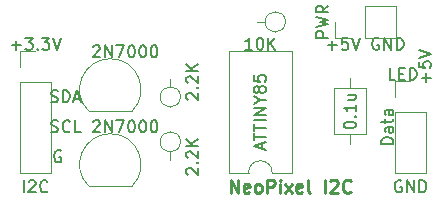
<source format=gto>
G04 #@! TF.FileFunction,Legend,Top*
%FSLAX46Y46*%
G04 Gerber Fmt 4.6, Leading zero omitted, Abs format (unit mm)*
G04 Created by KiCad (PCBNEW 4.0.7) date 12/03/18 23:46:06*
%MOMM*%
%LPD*%
G01*
G04 APERTURE LIST*
%ADD10C,0.100000*%
%ADD11C,0.250000*%
%ADD12C,0.200000*%
%ADD13C,0.120000*%
%ADD14C,0.150000*%
G04 APERTURE END LIST*
D10*
D11*
X160045239Y-114797619D02*
X160045239Y-113697619D01*
X160673810Y-114797619D01*
X160673810Y-113697619D01*
X161616667Y-114745238D02*
X161511905Y-114797619D01*
X161302382Y-114797619D01*
X161197620Y-114745238D01*
X161145239Y-114640476D01*
X161145239Y-114221429D01*
X161197620Y-114116667D01*
X161302382Y-114064286D01*
X161511905Y-114064286D01*
X161616667Y-114116667D01*
X161669048Y-114221429D01*
X161669048Y-114326190D01*
X161145239Y-114430952D01*
X162297620Y-114797619D02*
X162192858Y-114745238D01*
X162140477Y-114692857D01*
X162088096Y-114588095D01*
X162088096Y-114273810D01*
X162140477Y-114169048D01*
X162192858Y-114116667D01*
X162297620Y-114064286D01*
X162454762Y-114064286D01*
X162559524Y-114116667D01*
X162611905Y-114169048D01*
X162664286Y-114273810D01*
X162664286Y-114588095D01*
X162611905Y-114692857D01*
X162559524Y-114745238D01*
X162454762Y-114797619D01*
X162297620Y-114797619D01*
X163135715Y-114797619D02*
X163135715Y-113697619D01*
X163554762Y-113697619D01*
X163659524Y-113750000D01*
X163711905Y-113802381D01*
X163764286Y-113907143D01*
X163764286Y-114064286D01*
X163711905Y-114169048D01*
X163659524Y-114221429D01*
X163554762Y-114273810D01*
X163135715Y-114273810D01*
X164235715Y-114797619D02*
X164235715Y-114064286D01*
X164235715Y-113697619D02*
X164183334Y-113750000D01*
X164235715Y-113802381D01*
X164288096Y-113750000D01*
X164235715Y-113697619D01*
X164235715Y-113802381D01*
X164654763Y-114797619D02*
X165230953Y-114064286D01*
X164654763Y-114064286D02*
X165230953Y-114797619D01*
X166069048Y-114745238D02*
X165964286Y-114797619D01*
X165754763Y-114797619D01*
X165650001Y-114745238D01*
X165597620Y-114640476D01*
X165597620Y-114221429D01*
X165650001Y-114116667D01*
X165754763Y-114064286D01*
X165964286Y-114064286D01*
X166069048Y-114116667D01*
X166121429Y-114221429D01*
X166121429Y-114326190D01*
X165597620Y-114430952D01*
X166750001Y-114797619D02*
X166645239Y-114745238D01*
X166592858Y-114640476D01*
X166592858Y-113697619D01*
X168007143Y-114797619D02*
X168007143Y-113697619D01*
X168478572Y-113802381D02*
X168530953Y-113750000D01*
X168635715Y-113697619D01*
X168897619Y-113697619D01*
X169002381Y-113750000D01*
X169054762Y-113802381D01*
X169107143Y-113907143D01*
X169107143Y-114011905D01*
X169054762Y-114169048D01*
X168426191Y-114797619D01*
X169107143Y-114797619D01*
X170207143Y-114692857D02*
X170154762Y-114745238D01*
X169997619Y-114797619D01*
X169892857Y-114797619D01*
X169735715Y-114745238D01*
X169630953Y-114640476D01*
X169578572Y-114535714D01*
X169526191Y-114326190D01*
X169526191Y-114169048D01*
X169578572Y-113959524D01*
X169630953Y-113854762D01*
X169735715Y-113750000D01*
X169892857Y-113697619D01*
X169997619Y-113697619D01*
X170154762Y-113750000D01*
X170207143Y-113802381D01*
D12*
X144859524Y-109624762D02*
X145002381Y-109672381D01*
X145240477Y-109672381D01*
X145335715Y-109624762D01*
X145383334Y-109577143D01*
X145430953Y-109481905D01*
X145430953Y-109386667D01*
X145383334Y-109291429D01*
X145335715Y-109243810D01*
X145240477Y-109196190D01*
X145050000Y-109148571D01*
X144954762Y-109100952D01*
X144907143Y-109053333D01*
X144859524Y-108958095D01*
X144859524Y-108862857D01*
X144907143Y-108767619D01*
X144954762Y-108720000D01*
X145050000Y-108672381D01*
X145288096Y-108672381D01*
X145430953Y-108720000D01*
X146430953Y-109577143D02*
X146383334Y-109624762D01*
X146240477Y-109672381D01*
X146145239Y-109672381D01*
X146002381Y-109624762D01*
X145907143Y-109529524D01*
X145859524Y-109434286D01*
X145811905Y-109243810D01*
X145811905Y-109100952D01*
X145859524Y-108910476D01*
X145907143Y-108815238D01*
X146002381Y-108720000D01*
X146145239Y-108672381D01*
X146240477Y-108672381D01*
X146383334Y-108720000D01*
X146430953Y-108767619D01*
X147335715Y-109672381D02*
X146859524Y-109672381D01*
X146859524Y-108672381D01*
X144835714Y-107084762D02*
X144978571Y-107132381D01*
X145216667Y-107132381D01*
X145311905Y-107084762D01*
X145359524Y-107037143D01*
X145407143Y-106941905D01*
X145407143Y-106846667D01*
X145359524Y-106751429D01*
X145311905Y-106703810D01*
X145216667Y-106656190D01*
X145026190Y-106608571D01*
X144930952Y-106560952D01*
X144883333Y-106513333D01*
X144835714Y-106418095D01*
X144835714Y-106322857D01*
X144883333Y-106227619D01*
X144930952Y-106180000D01*
X145026190Y-106132381D01*
X145264286Y-106132381D01*
X145407143Y-106180000D01*
X145835714Y-107132381D02*
X145835714Y-106132381D01*
X146073809Y-106132381D01*
X146216667Y-106180000D01*
X146311905Y-106275238D01*
X146359524Y-106370476D01*
X146407143Y-106560952D01*
X146407143Y-106703810D01*
X146359524Y-106894286D01*
X146311905Y-106989524D01*
X146216667Y-107084762D01*
X146073809Y-107132381D01*
X145835714Y-107132381D01*
X146788095Y-106846667D02*
X147264286Y-106846667D01*
X146692857Y-107132381D02*
X147026190Y-106132381D01*
X147359524Y-107132381D01*
X168259286Y-102306429D02*
X169021191Y-102306429D01*
X168640239Y-102687381D02*
X168640239Y-101925476D01*
X169973572Y-101687381D02*
X169497381Y-101687381D01*
X169449762Y-102163571D01*
X169497381Y-102115952D01*
X169592619Y-102068333D01*
X169830715Y-102068333D01*
X169925953Y-102115952D01*
X169973572Y-102163571D01*
X170021191Y-102258810D01*
X170021191Y-102496905D01*
X169973572Y-102592143D01*
X169925953Y-102639762D01*
X169830715Y-102687381D01*
X169592619Y-102687381D01*
X169497381Y-102639762D01*
X169449762Y-102592143D01*
X170306905Y-101687381D02*
X170640238Y-102687381D01*
X170973572Y-101687381D01*
X141510000Y-102306429D02*
X142271905Y-102306429D01*
X141890953Y-102687381D02*
X141890953Y-101925476D01*
X142652857Y-101687381D02*
X143271905Y-101687381D01*
X142938571Y-102068333D01*
X143081429Y-102068333D01*
X143176667Y-102115952D01*
X143224286Y-102163571D01*
X143271905Y-102258810D01*
X143271905Y-102496905D01*
X143224286Y-102592143D01*
X143176667Y-102639762D01*
X143081429Y-102687381D01*
X142795714Y-102687381D01*
X142700476Y-102639762D01*
X142652857Y-102592143D01*
X143700476Y-102592143D02*
X143748095Y-102639762D01*
X143700476Y-102687381D01*
X143652857Y-102639762D01*
X143700476Y-102592143D01*
X143700476Y-102687381D01*
X144081428Y-101687381D02*
X144700476Y-101687381D01*
X144367142Y-102068333D01*
X144510000Y-102068333D01*
X144605238Y-102115952D01*
X144652857Y-102163571D01*
X144700476Y-102258810D01*
X144700476Y-102496905D01*
X144652857Y-102592143D01*
X144605238Y-102639762D01*
X144510000Y-102687381D01*
X144224285Y-102687381D01*
X144129047Y-102639762D01*
X144081428Y-102592143D01*
X144986190Y-101687381D02*
X145319523Y-102687381D01*
X145652857Y-101687381D01*
X145676905Y-111260000D02*
X145581667Y-111212381D01*
X145438810Y-111212381D01*
X145295952Y-111260000D01*
X145200714Y-111355238D01*
X145153095Y-111450476D01*
X145105476Y-111640952D01*
X145105476Y-111783810D01*
X145153095Y-111974286D01*
X145200714Y-112069524D01*
X145295952Y-112164762D01*
X145438810Y-112212381D01*
X145534048Y-112212381D01*
X145676905Y-112164762D01*
X145724524Y-112117143D01*
X145724524Y-111783810D01*
X145534048Y-111783810D01*
X173807381Y-110672381D02*
X172807381Y-110672381D01*
X172807381Y-110434286D01*
X172855000Y-110291428D01*
X172950238Y-110196190D01*
X173045476Y-110148571D01*
X173235952Y-110100952D01*
X173378810Y-110100952D01*
X173569286Y-110148571D01*
X173664524Y-110196190D01*
X173759762Y-110291428D01*
X173807381Y-110434286D01*
X173807381Y-110672381D01*
X173807381Y-109243809D02*
X173283571Y-109243809D01*
X173188333Y-109291428D01*
X173140714Y-109386666D01*
X173140714Y-109577143D01*
X173188333Y-109672381D01*
X173759762Y-109243809D02*
X173807381Y-109339047D01*
X173807381Y-109577143D01*
X173759762Y-109672381D01*
X173664524Y-109720000D01*
X173569286Y-109720000D01*
X173474048Y-109672381D01*
X173426429Y-109577143D01*
X173426429Y-109339047D01*
X173378810Y-109243809D01*
X173140714Y-108910476D02*
X173140714Y-108529524D01*
X172807381Y-108767619D02*
X173664524Y-108767619D01*
X173759762Y-108720000D01*
X173807381Y-108624762D01*
X173807381Y-108529524D01*
X173807381Y-107767618D02*
X173283571Y-107767618D01*
X173188333Y-107815237D01*
X173140714Y-107910475D01*
X173140714Y-108100952D01*
X173188333Y-108196190D01*
X173759762Y-107767618D02*
X173807381Y-107862856D01*
X173807381Y-108100952D01*
X173759762Y-108196190D01*
X173664524Y-108243809D01*
X173569286Y-108243809D01*
X173474048Y-108196190D01*
X173426429Y-108100952D01*
X173426429Y-107862856D01*
X173378810Y-107767618D01*
X174498096Y-113800000D02*
X174402858Y-113752381D01*
X174260001Y-113752381D01*
X174117143Y-113800000D01*
X174021905Y-113895238D01*
X173974286Y-113990476D01*
X173926667Y-114180952D01*
X173926667Y-114323810D01*
X173974286Y-114514286D01*
X174021905Y-114609524D01*
X174117143Y-114704762D01*
X174260001Y-114752381D01*
X174355239Y-114752381D01*
X174498096Y-114704762D01*
X174545715Y-114657143D01*
X174545715Y-114323810D01*
X174355239Y-114323810D01*
X174974286Y-114752381D02*
X174974286Y-113752381D01*
X175545715Y-114752381D01*
X175545715Y-113752381D01*
X176021905Y-114752381D02*
X176021905Y-113752381D01*
X176260000Y-113752381D01*
X176402858Y-113800000D01*
X176498096Y-113895238D01*
X176545715Y-113990476D01*
X176593334Y-114180952D01*
X176593334Y-114323810D01*
X176545715Y-114514286D01*
X176498096Y-114609524D01*
X176402858Y-114704762D01*
X176260000Y-114752381D01*
X176021905Y-114752381D01*
X176601429Y-105425714D02*
X176601429Y-104663809D01*
X176982381Y-105044761D02*
X176220476Y-105044761D01*
X175982381Y-103711428D02*
X175982381Y-104187619D01*
X176458571Y-104235238D01*
X176410952Y-104187619D01*
X176363333Y-104092381D01*
X176363333Y-103854285D01*
X176410952Y-103759047D01*
X176458571Y-103711428D01*
X176553810Y-103663809D01*
X176791905Y-103663809D01*
X176887143Y-103711428D01*
X176934762Y-103759047D01*
X176982381Y-103854285D01*
X176982381Y-104092381D01*
X176934762Y-104187619D01*
X176887143Y-104235238D01*
X175982381Y-103378095D02*
X176982381Y-103044762D01*
X175982381Y-102711428D01*
X172593096Y-101735000D02*
X172497858Y-101687381D01*
X172355001Y-101687381D01*
X172212143Y-101735000D01*
X172116905Y-101830238D01*
X172069286Y-101925476D01*
X172021667Y-102115952D01*
X172021667Y-102258810D01*
X172069286Y-102449286D01*
X172116905Y-102544524D01*
X172212143Y-102639762D01*
X172355001Y-102687381D01*
X172450239Y-102687381D01*
X172593096Y-102639762D01*
X172640715Y-102592143D01*
X172640715Y-102258810D01*
X172450239Y-102258810D01*
X173069286Y-102687381D02*
X173069286Y-101687381D01*
X173640715Y-102687381D01*
X173640715Y-101687381D01*
X174116905Y-102687381D02*
X174116905Y-101687381D01*
X174355000Y-101687381D01*
X174497858Y-101735000D01*
X174593096Y-101830238D01*
X174640715Y-101925476D01*
X174688334Y-102115952D01*
X174688334Y-102258810D01*
X174640715Y-102449286D01*
X174593096Y-102544524D01*
X174497858Y-102639762D01*
X174355000Y-102687381D01*
X174116905Y-102687381D01*
D13*
X171540000Y-105930000D02*
X168820000Y-105930000D01*
X168820000Y-105930000D02*
X168820000Y-109850000D01*
X168820000Y-109850000D02*
X171540000Y-109850000D01*
X171540000Y-109850000D02*
X171540000Y-105930000D01*
X170180000Y-105120000D02*
X170180000Y-105930000D01*
X170180000Y-110660000D02*
X170180000Y-109850000D01*
X173930000Y-113090000D02*
X176590000Y-113090000D01*
X173930000Y-107950000D02*
X173930000Y-113090000D01*
X176590000Y-107950000D02*
X176590000Y-113090000D01*
X173930000Y-107950000D02*
X176590000Y-107950000D01*
X173930000Y-106680000D02*
X173930000Y-105350000D01*
X173930000Y-105350000D02*
X175260000Y-105350000D01*
X174050000Y-101660000D02*
X174050000Y-99000000D01*
X171450000Y-101660000D02*
X174050000Y-101660000D01*
X171450000Y-99000000D02*
X174050000Y-99000000D01*
X171450000Y-101660000D02*
X171450000Y-99000000D01*
X170180000Y-101660000D02*
X168850000Y-101660000D01*
X168850000Y-101660000D02*
X168850000Y-100330000D01*
X142180000Y-113090000D02*
X144840000Y-113090000D01*
X142180000Y-105410000D02*
X142180000Y-113090000D01*
X144840000Y-105410000D02*
X144840000Y-113090000D01*
X142180000Y-105410000D02*
X144840000Y-105410000D01*
X142180000Y-104140000D02*
X142180000Y-102810000D01*
X142180000Y-102810000D02*
X143510000Y-102810000D01*
X148060000Y-107895000D02*
X151660000Y-107895000D01*
X148021522Y-107883478D02*
G75*
G02X149860000Y-103445000I1838478J1838478D01*
G01*
X151698478Y-107883478D02*
G75*
G03X149860000Y-103445000I-1838478J1838478D01*
G01*
X148060000Y-114245000D02*
X151660000Y-114245000D01*
X148021522Y-114233478D02*
G75*
G02X149860000Y-109795000I1838478J1838478D01*
G01*
X151698478Y-114233478D02*
G75*
G03X149860000Y-109795000I-1838478J1838478D01*
G01*
X155800000Y-110490000D02*
G75*
G03X155800000Y-110490000I-860000J0D01*
G01*
X154940000Y-111350000D02*
X154940000Y-112030000D01*
X155800000Y-106680000D02*
G75*
G03X155800000Y-106680000I-860000J0D01*
G01*
X154940000Y-105820000D02*
X154940000Y-105140000D01*
X164690000Y-100330000D02*
G75*
G03X164690000Y-100330000I-860000J0D01*
G01*
X162970000Y-100330000D02*
X162290000Y-100330000D01*
X161560000Y-113090000D02*
G75*
G02X163560000Y-113090000I1000000J0D01*
G01*
X163560000Y-113090000D02*
X165210000Y-113090000D01*
X165210000Y-113090000D02*
X165210000Y-102810000D01*
X165210000Y-102810000D02*
X159910000Y-102810000D01*
X159910000Y-102810000D02*
X159910000Y-113090000D01*
X159910000Y-113090000D02*
X161560000Y-113090000D01*
D14*
X169632381Y-109104286D02*
X169632381Y-109009047D01*
X169680000Y-108913809D01*
X169727619Y-108866190D01*
X169822857Y-108818571D01*
X170013333Y-108770952D01*
X170251429Y-108770952D01*
X170441905Y-108818571D01*
X170537143Y-108866190D01*
X170584762Y-108913809D01*
X170632381Y-109009047D01*
X170632381Y-109104286D01*
X170584762Y-109199524D01*
X170537143Y-109247143D01*
X170441905Y-109294762D01*
X170251429Y-109342381D01*
X170013333Y-109342381D01*
X169822857Y-109294762D01*
X169727619Y-109247143D01*
X169680000Y-109199524D01*
X169632381Y-109104286D01*
X170537143Y-108342381D02*
X170584762Y-108294762D01*
X170632381Y-108342381D01*
X170584762Y-108390000D01*
X170537143Y-108342381D01*
X170632381Y-108342381D01*
X170632381Y-107342381D02*
X170632381Y-107913810D01*
X170632381Y-107628096D02*
X169632381Y-107628096D01*
X169775238Y-107723334D01*
X169870476Y-107818572D01*
X169918095Y-107913810D01*
X169965714Y-106485238D02*
X170632381Y-106485238D01*
X169965714Y-106913810D02*
X170489524Y-106913810D01*
X170584762Y-106866191D01*
X170632381Y-106770953D01*
X170632381Y-106628095D01*
X170584762Y-106532857D01*
X170537143Y-106485238D01*
X173982143Y-105227381D02*
X173505952Y-105227381D01*
X173505952Y-104227381D01*
X174315476Y-104703571D02*
X174648810Y-104703571D01*
X174791667Y-105227381D02*
X174315476Y-105227381D01*
X174315476Y-104227381D01*
X174791667Y-104227381D01*
X175220238Y-105227381D02*
X175220238Y-104227381D01*
X175458333Y-104227381D01*
X175601191Y-104275000D01*
X175696429Y-104370238D01*
X175744048Y-104465476D01*
X175791667Y-104655952D01*
X175791667Y-104798810D01*
X175744048Y-104989286D01*
X175696429Y-105084524D01*
X175601191Y-105179762D01*
X175458333Y-105227381D01*
X175220238Y-105227381D01*
X168302381Y-101663333D02*
X167302381Y-101663333D01*
X167302381Y-101282380D01*
X167350000Y-101187142D01*
X167397619Y-101139523D01*
X167492857Y-101091904D01*
X167635714Y-101091904D01*
X167730952Y-101139523D01*
X167778571Y-101187142D01*
X167826190Y-101282380D01*
X167826190Y-101663333D01*
X167302381Y-100758571D02*
X168302381Y-100520476D01*
X167588095Y-100329999D01*
X168302381Y-100139523D01*
X167302381Y-99901428D01*
X168302381Y-98949047D02*
X167826190Y-99282381D01*
X168302381Y-99520476D02*
X167302381Y-99520476D01*
X167302381Y-99139523D01*
X167350000Y-99044285D01*
X167397619Y-98996666D01*
X167492857Y-98949047D01*
X167635714Y-98949047D01*
X167730952Y-98996666D01*
X167778571Y-99044285D01*
X167826190Y-99139523D01*
X167826190Y-99520476D01*
X142533810Y-114752381D02*
X142533810Y-113752381D01*
X142962381Y-113847619D02*
X143010000Y-113800000D01*
X143105238Y-113752381D01*
X143343334Y-113752381D01*
X143438572Y-113800000D01*
X143486191Y-113847619D01*
X143533810Y-113942857D01*
X143533810Y-114038095D01*
X143486191Y-114180952D01*
X142914762Y-114752381D01*
X143533810Y-114752381D01*
X144533810Y-114657143D02*
X144486191Y-114704762D01*
X144343334Y-114752381D01*
X144248096Y-114752381D01*
X144105238Y-114704762D01*
X144010000Y-114609524D01*
X143962381Y-114514286D01*
X143914762Y-114323810D01*
X143914762Y-114180952D01*
X143962381Y-113990476D01*
X144010000Y-113895238D01*
X144105238Y-113800000D01*
X144248096Y-113752381D01*
X144343334Y-113752381D01*
X144486191Y-113800000D01*
X144533810Y-113847619D01*
X148415714Y-102417619D02*
X148463333Y-102370000D01*
X148558571Y-102322381D01*
X148796667Y-102322381D01*
X148891905Y-102370000D01*
X148939524Y-102417619D01*
X148987143Y-102512857D01*
X148987143Y-102608095D01*
X148939524Y-102750952D01*
X148368095Y-103322381D01*
X148987143Y-103322381D01*
X149415714Y-103322381D02*
X149415714Y-102322381D01*
X149987143Y-103322381D01*
X149987143Y-102322381D01*
X150368095Y-102322381D02*
X151034762Y-102322381D01*
X150606190Y-103322381D01*
X151606190Y-102322381D02*
X151701429Y-102322381D01*
X151796667Y-102370000D01*
X151844286Y-102417619D01*
X151891905Y-102512857D01*
X151939524Y-102703333D01*
X151939524Y-102941429D01*
X151891905Y-103131905D01*
X151844286Y-103227143D01*
X151796667Y-103274762D01*
X151701429Y-103322381D01*
X151606190Y-103322381D01*
X151510952Y-103274762D01*
X151463333Y-103227143D01*
X151415714Y-103131905D01*
X151368095Y-102941429D01*
X151368095Y-102703333D01*
X151415714Y-102512857D01*
X151463333Y-102417619D01*
X151510952Y-102370000D01*
X151606190Y-102322381D01*
X152558571Y-102322381D02*
X152653810Y-102322381D01*
X152749048Y-102370000D01*
X152796667Y-102417619D01*
X152844286Y-102512857D01*
X152891905Y-102703333D01*
X152891905Y-102941429D01*
X152844286Y-103131905D01*
X152796667Y-103227143D01*
X152749048Y-103274762D01*
X152653810Y-103322381D01*
X152558571Y-103322381D01*
X152463333Y-103274762D01*
X152415714Y-103227143D01*
X152368095Y-103131905D01*
X152320476Y-102941429D01*
X152320476Y-102703333D01*
X152368095Y-102512857D01*
X152415714Y-102417619D01*
X152463333Y-102370000D01*
X152558571Y-102322381D01*
X153510952Y-102322381D02*
X153606191Y-102322381D01*
X153701429Y-102370000D01*
X153749048Y-102417619D01*
X153796667Y-102512857D01*
X153844286Y-102703333D01*
X153844286Y-102941429D01*
X153796667Y-103131905D01*
X153749048Y-103227143D01*
X153701429Y-103274762D01*
X153606191Y-103322381D01*
X153510952Y-103322381D01*
X153415714Y-103274762D01*
X153368095Y-103227143D01*
X153320476Y-103131905D01*
X153272857Y-102941429D01*
X153272857Y-102703333D01*
X153320476Y-102512857D01*
X153368095Y-102417619D01*
X153415714Y-102370000D01*
X153510952Y-102322381D01*
X148415714Y-108767619D02*
X148463333Y-108720000D01*
X148558571Y-108672381D01*
X148796667Y-108672381D01*
X148891905Y-108720000D01*
X148939524Y-108767619D01*
X148987143Y-108862857D01*
X148987143Y-108958095D01*
X148939524Y-109100952D01*
X148368095Y-109672381D01*
X148987143Y-109672381D01*
X149415714Y-109672381D02*
X149415714Y-108672381D01*
X149987143Y-109672381D01*
X149987143Y-108672381D01*
X150368095Y-108672381D02*
X151034762Y-108672381D01*
X150606190Y-109672381D01*
X151606190Y-108672381D02*
X151701429Y-108672381D01*
X151796667Y-108720000D01*
X151844286Y-108767619D01*
X151891905Y-108862857D01*
X151939524Y-109053333D01*
X151939524Y-109291429D01*
X151891905Y-109481905D01*
X151844286Y-109577143D01*
X151796667Y-109624762D01*
X151701429Y-109672381D01*
X151606190Y-109672381D01*
X151510952Y-109624762D01*
X151463333Y-109577143D01*
X151415714Y-109481905D01*
X151368095Y-109291429D01*
X151368095Y-109053333D01*
X151415714Y-108862857D01*
X151463333Y-108767619D01*
X151510952Y-108720000D01*
X151606190Y-108672381D01*
X152558571Y-108672381D02*
X152653810Y-108672381D01*
X152749048Y-108720000D01*
X152796667Y-108767619D01*
X152844286Y-108862857D01*
X152891905Y-109053333D01*
X152891905Y-109291429D01*
X152844286Y-109481905D01*
X152796667Y-109577143D01*
X152749048Y-109624762D01*
X152653810Y-109672381D01*
X152558571Y-109672381D01*
X152463333Y-109624762D01*
X152415714Y-109577143D01*
X152368095Y-109481905D01*
X152320476Y-109291429D01*
X152320476Y-109053333D01*
X152368095Y-108862857D01*
X152415714Y-108767619D01*
X152463333Y-108720000D01*
X152558571Y-108672381D01*
X153510952Y-108672381D02*
X153606191Y-108672381D01*
X153701429Y-108720000D01*
X153749048Y-108767619D01*
X153796667Y-108862857D01*
X153844286Y-109053333D01*
X153844286Y-109291429D01*
X153796667Y-109481905D01*
X153749048Y-109577143D01*
X153701429Y-109624762D01*
X153606191Y-109672381D01*
X153510952Y-109672381D01*
X153415714Y-109624762D01*
X153368095Y-109577143D01*
X153320476Y-109481905D01*
X153272857Y-109291429D01*
X153272857Y-109053333D01*
X153320476Y-108862857D01*
X153368095Y-108767619D01*
X153415714Y-108720000D01*
X153510952Y-108672381D01*
X156392619Y-113260000D02*
X156345000Y-113212381D01*
X156297381Y-113117143D01*
X156297381Y-112879047D01*
X156345000Y-112783809D01*
X156392619Y-112736190D01*
X156487857Y-112688571D01*
X156583095Y-112688571D01*
X156725952Y-112736190D01*
X157297381Y-113307619D01*
X157297381Y-112688571D01*
X157202143Y-112260000D02*
X157249762Y-112212381D01*
X157297381Y-112260000D01*
X157249762Y-112307619D01*
X157202143Y-112260000D01*
X157297381Y-112260000D01*
X156392619Y-111831429D02*
X156345000Y-111783810D01*
X156297381Y-111688572D01*
X156297381Y-111450476D01*
X156345000Y-111355238D01*
X156392619Y-111307619D01*
X156487857Y-111260000D01*
X156583095Y-111260000D01*
X156725952Y-111307619D01*
X157297381Y-111879048D01*
X157297381Y-111260000D01*
X157297381Y-110831429D02*
X156297381Y-110831429D01*
X157297381Y-110260000D02*
X156725952Y-110688572D01*
X156297381Y-110260000D02*
X156868810Y-110831429D01*
X156392619Y-106910000D02*
X156345000Y-106862381D01*
X156297381Y-106767143D01*
X156297381Y-106529047D01*
X156345000Y-106433809D01*
X156392619Y-106386190D01*
X156487857Y-106338571D01*
X156583095Y-106338571D01*
X156725952Y-106386190D01*
X157297381Y-106957619D01*
X157297381Y-106338571D01*
X157202143Y-105910000D02*
X157249762Y-105862381D01*
X157297381Y-105910000D01*
X157249762Y-105957619D01*
X157202143Y-105910000D01*
X157297381Y-105910000D01*
X156392619Y-105481429D02*
X156345000Y-105433810D01*
X156297381Y-105338572D01*
X156297381Y-105100476D01*
X156345000Y-105005238D01*
X156392619Y-104957619D01*
X156487857Y-104910000D01*
X156583095Y-104910000D01*
X156725952Y-104957619D01*
X157297381Y-105529048D01*
X157297381Y-104910000D01*
X157297381Y-104481429D02*
X156297381Y-104481429D01*
X157297381Y-103910000D02*
X156725952Y-104338572D01*
X156297381Y-103910000D02*
X156868810Y-104481429D01*
X161869524Y-102687381D02*
X161298095Y-102687381D01*
X161583809Y-102687381D02*
X161583809Y-101687381D01*
X161488571Y-101830238D01*
X161393333Y-101925476D01*
X161298095Y-101973095D01*
X162488571Y-101687381D02*
X162583810Y-101687381D01*
X162679048Y-101735000D01*
X162726667Y-101782619D01*
X162774286Y-101877857D01*
X162821905Y-102068333D01*
X162821905Y-102306429D01*
X162774286Y-102496905D01*
X162726667Y-102592143D01*
X162679048Y-102639762D01*
X162583810Y-102687381D01*
X162488571Y-102687381D01*
X162393333Y-102639762D01*
X162345714Y-102592143D01*
X162298095Y-102496905D01*
X162250476Y-102306429D01*
X162250476Y-102068333D01*
X162298095Y-101877857D01*
X162345714Y-101782619D01*
X162393333Y-101735000D01*
X162488571Y-101687381D01*
X163250476Y-102687381D02*
X163250476Y-101687381D01*
X163821905Y-102687381D02*
X163393333Y-102115952D01*
X163821905Y-101687381D02*
X163250476Y-102258810D01*
X162726667Y-111092857D02*
X162726667Y-110616666D01*
X163012381Y-111188095D02*
X162012381Y-110854762D01*
X163012381Y-110521428D01*
X162012381Y-110330952D02*
X162012381Y-109759523D01*
X163012381Y-110045238D02*
X162012381Y-110045238D01*
X162012381Y-109569047D02*
X162012381Y-108997618D01*
X163012381Y-109283333D02*
X162012381Y-109283333D01*
X163012381Y-108664285D02*
X162012381Y-108664285D01*
X163012381Y-108188095D02*
X162012381Y-108188095D01*
X163012381Y-107616666D01*
X162012381Y-107616666D01*
X162536190Y-106950000D02*
X163012381Y-106950000D01*
X162012381Y-107283333D02*
X162536190Y-106950000D01*
X162012381Y-106616666D01*
X162440952Y-106140476D02*
X162393333Y-106235714D01*
X162345714Y-106283333D01*
X162250476Y-106330952D01*
X162202857Y-106330952D01*
X162107619Y-106283333D01*
X162060000Y-106235714D01*
X162012381Y-106140476D01*
X162012381Y-105949999D01*
X162060000Y-105854761D01*
X162107619Y-105807142D01*
X162202857Y-105759523D01*
X162250476Y-105759523D01*
X162345714Y-105807142D01*
X162393333Y-105854761D01*
X162440952Y-105949999D01*
X162440952Y-106140476D01*
X162488571Y-106235714D01*
X162536190Y-106283333D01*
X162631429Y-106330952D01*
X162821905Y-106330952D01*
X162917143Y-106283333D01*
X162964762Y-106235714D01*
X163012381Y-106140476D01*
X163012381Y-105949999D01*
X162964762Y-105854761D01*
X162917143Y-105807142D01*
X162821905Y-105759523D01*
X162631429Y-105759523D01*
X162536190Y-105807142D01*
X162488571Y-105854761D01*
X162440952Y-105949999D01*
X162012381Y-104854761D02*
X162012381Y-105330952D01*
X162488571Y-105378571D01*
X162440952Y-105330952D01*
X162393333Y-105235714D01*
X162393333Y-104997618D01*
X162440952Y-104902380D01*
X162488571Y-104854761D01*
X162583810Y-104807142D01*
X162821905Y-104807142D01*
X162917143Y-104854761D01*
X162964762Y-104902380D01*
X163012381Y-104997618D01*
X163012381Y-105235714D01*
X162964762Y-105330952D01*
X162917143Y-105378571D01*
M02*

</source>
